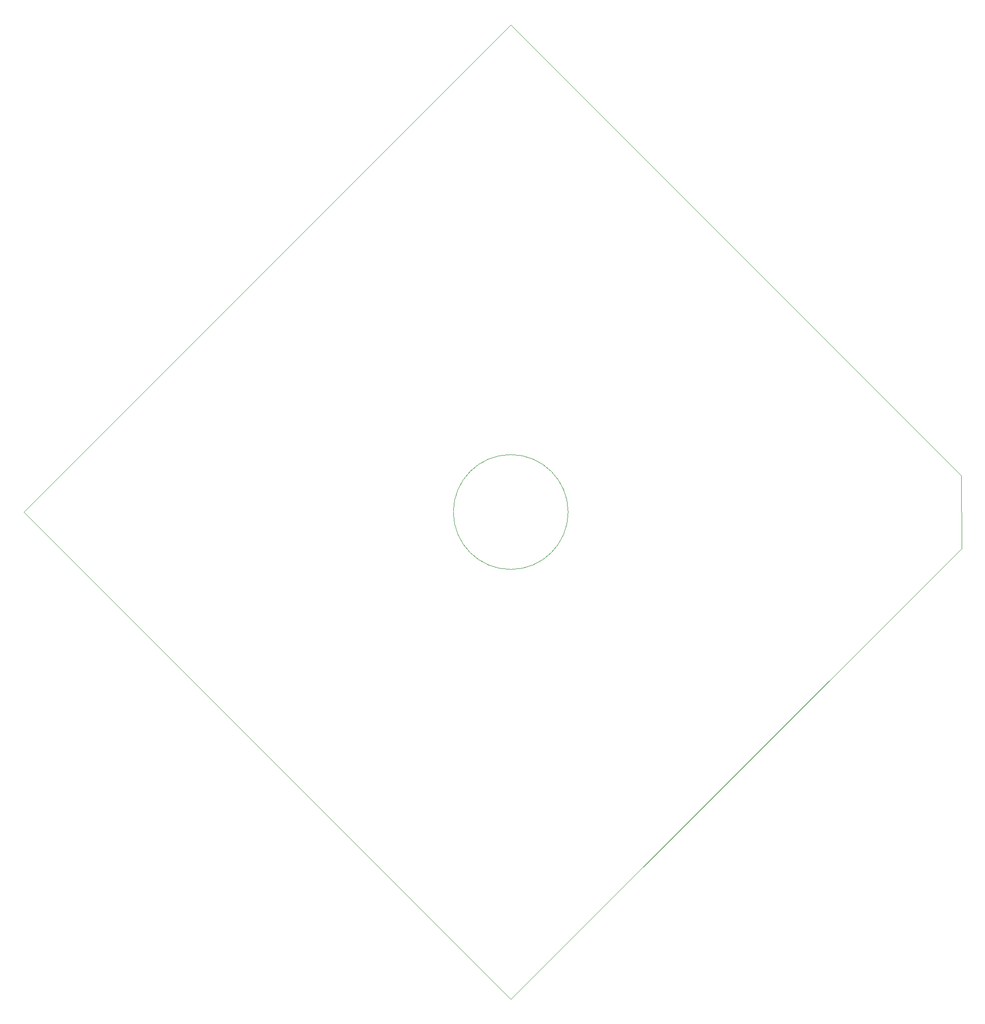
<source format=gbr>
%TF.GenerationSoftware,KiCad,Pcbnew,(6.0.2-0)*%
%TF.CreationDate,2022-04-16T18:23:20-06:00*%
%TF.ProjectId,Graduation Cap,47726164-7561-4746-996f-6e204361702e,rev?*%
%TF.SameCoordinates,Original*%
%TF.FileFunction,Profile,NP*%
%FSLAX46Y46*%
G04 Gerber Fmt 4.6, Leading zero omitted, Abs format (unit mm)*
G04 Created by KiCad (PCBNEW (6.0.2-0)) date 2022-04-16 18:23:20*
%MOMM*%
%LPD*%
G01*
G04 APERTURE LIST*
%TA.AperFunction,Profile*%
%ADD10C,0.100000*%
%TD*%
G04 APERTURE END LIST*
D10*
X204930000Y-94140000D02*
X204960000Y-106810000D01*
X136429728Y-100486174D02*
G75*
G03*
X136429728Y-100486174I-10000000J0D01*
G01*
X126430576Y-15635418D02*
X41577762Y-100488232D01*
X126430576Y-15635418D02*
X204930000Y-94140000D01*
X126430576Y-185341045D02*
X204960000Y-106810000D01*
X41577762Y-100488232D02*
X126430576Y-185341045D01*
M02*

</source>
